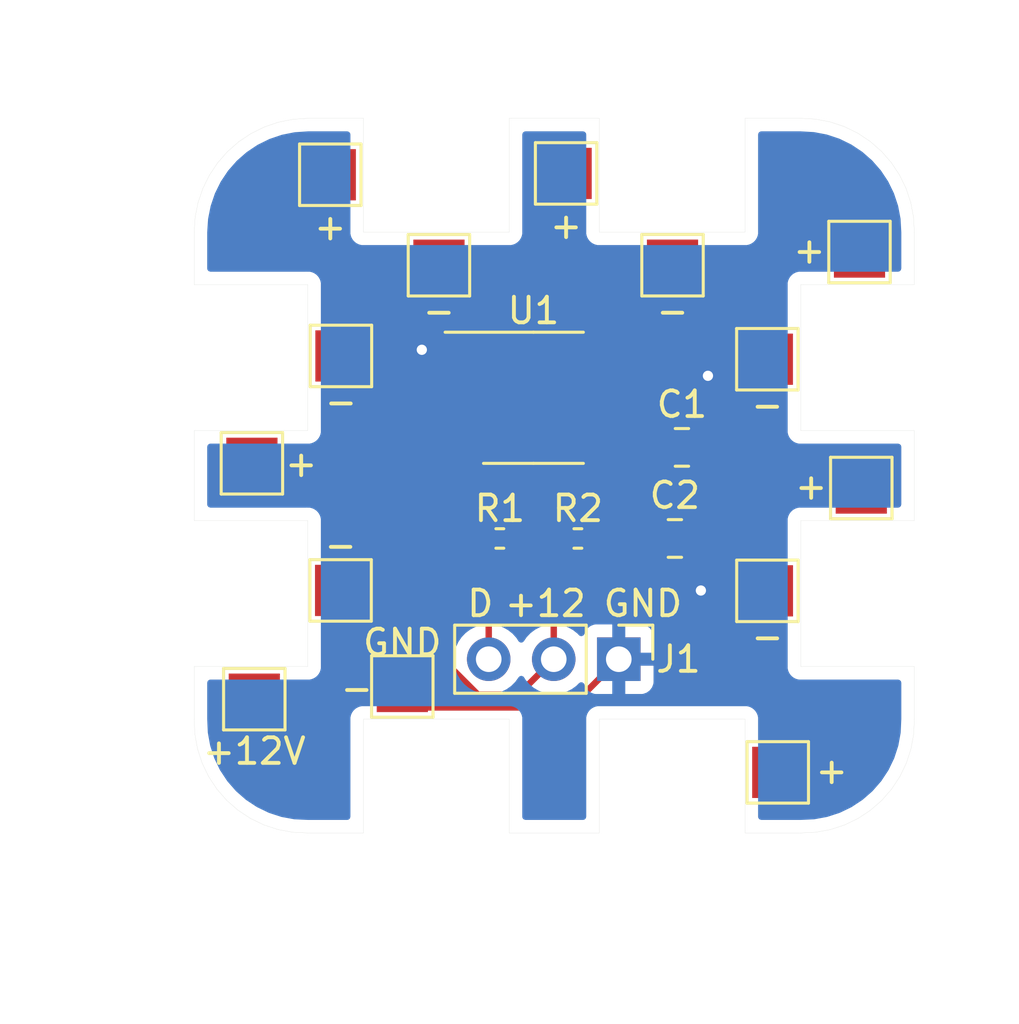
<source format=kicad_pcb>
(kicad_pcb (version 20211014) (generator pcbnew)
  (title_block (title "Coincell holder + 555 timer transmitter driver board") (date "2022-10-19") (rev "1"))
  (layers (0 "F.Cu" signal) (31 "B.Cu" power) (34 "B.Paste" user) (35 "F.Paste" user) (36 "B.SilkS" user "B.Silkscreen") (37 "F.SilkS" user "F.Silkscreen") (38 "B.Mask" user) (39 "F.Mask" user) (44 "Edge.Cuts" user))
  (net 0 "")
  (net 1 "Net-(C1-Pad1)")
  (net 2 "GND")
  (net 3 "Net-(C2-Pad1)")
  (net 4 "+12V")
  (net 5 "Net-(J1-Pad3)")
  (net 6 "Net-(R1-Pad2)")
  (footprint "TestPoint:TestPoint_Pad_2.0x2.0mm" (layer "F.Cu") (at 94.391725 73.584476)
    (fp_text reference "+12V" (at 0 2.032) (layer "F.SilkS"))
    (fp_text value "TestPoint_Pad_2.0x2.0mm")
    (fp_line (start 1.2 -1.2) (end 1.2 1.2) (layer "F.SilkS") (width 0.12))
    (fp_line (start 1.2 1.2) (end -1.2 1.2) (layer "F.SilkS") (width 0.12))
    (fp_line (start -1.2 1.2) (end -1.2 -1.2) (layer "F.SilkS") (width 0.12))
    (fp_line (start -1.2 -1.2) (end 1.2 -1.2) (layer "F.SilkS") (width 0.12))
    (pad "1" smd rect (at 0 0) (size 2 2) (layers "F.Cu" "F.Mask") (net 4 "+12V"))
  )
  (footprint "TestPoint:TestPoint_Pad_2.0x2.0mm" (layer "F.Cu") (at 97.776302 60.184284)
    (fp_text reference "-" (at 0 1.781475) (layer "F.SilkS"))
    (fp_text value "TestPoint_Pad_2.0x2.0mm")
    (fp_line (start 1.2 1.2) (end -1.2 1.2) (layer "F.SilkS") (width 0.12))
    (fp_line (start -1.2 -1.2) (end 1.2 -1.2) (layer "F.SilkS") (width 0.12))
    (fp_line (start -1.2 1.2) (end -1.2 -1.2) (layer "F.SilkS") (width 0.12))
    (fp_line (start 1.2 -1.2) (end 1.2 1.2) (layer "F.SilkS") (width 0.12))
    (pad "1" smd rect (at 0 0) (size 2 2) (layers "F.Cu" "F.Mask"))
  )
  (footprint "TestPoint:TestPoint_Pad_2.0x2.0mm" (layer "F.Cu") (at 114.430975 60.312735)
    (fp_text reference "-" (at 0 1.781475) (layer "F.SilkS"))
    (fp_text value "TestPoint_Pad_2.0x2.0mm")
    (fp_line (start -1.2 1.2) (end -1.2 -1.2) (layer "F.SilkS") (width 0.12))
    (fp_line (start 1.2 1.2) (end -1.2 1.2) (layer "F.SilkS") (width 0.12))
    (fp_line (start 1.2 -1.2) (end 1.2 1.2) (layer "F.SilkS") (width 0.12))
    (fp_line (start -1.2 -1.2) (end 1.2 -1.2) (layer "F.SilkS") (width 0.12))
    (pad "1" smd rect (at 0 0) (size 2 2) (layers "F.Cu" "F.Mask"))
  )
  (footprint "TestPoint:TestPoint_Pad_2.0x2.0mm" (layer "F.Cu") (at 101.604171 56.642966)
    (fp_text reference "-" (at 0 1.781475) (layer "F.SilkS"))
    (fp_text value "TestPoint_Pad_2.0x2.0mm")
    (fp_line (start -1.2 1.2) (end -1.2 -1.2) (layer "F.SilkS") (width 0.12))
    (fp_line (start 1.2 -1.2) (end 1.2 1.2) (layer "F.SilkS") (width 0.12))
    (fp_line (start 1.2 1.2) (end -1.2 1.2) (layer "F.SilkS") (width 0.12))
    (fp_line (start -1.2 -1.2) (end 1.2 -1.2) (layer "F.SilkS") (width 0.12))
    (pad "1" smd rect (at 0 0) (size 2 2) (layers "F.Cu" "F.Mask"))
  )
  (footprint "TestPoint:TestPoint_Pad_2.0x2.0mm" (layer "F.Cu") (at 118.100456 65.340774 -90)
    (fp_text reference "+" (at 0 2.032 90) (layer "F.SilkS"))
    (fp_text value "TestPoint_Pad_2.0x2.0mm")
    (fp_line (start 1.2 1.2) (end -1.2 1.2) (layer "F.SilkS") (width 0.12))
    (fp_line (start -1.2 -1.2) (end 1.2 -1.2) (layer "F.SilkS") (width 0.12))
    (fp_line (start -1.2 1.2) (end -1.2 -1.2) (layer "F.SilkS") (width 0.12))
    (fp_line (start 1.2 -1.2) (end 1.2 1.2) (layer "F.SilkS") (width 0.12))
    (pad "1" smd rect (at 0 0 270) (size 2 2) (layers "F.Cu" "F.Mask"))
  )
  (footprint "TestPoint:TestPoint_Pad_2.0x2.0mm" (layer "F.Cu") (at 100.172884 73.088258 180)
    (fp_text reference "GND" (at 0 1.714258 180) (layer "F.SilkS"))
    (fp_text value "TestPoint_Pad_2.0x2.0mm")
    (fp_line (start 1.2 1.2) (end -1.2 1.2) (layer "F.SilkS") (width 0.12))
    (fp_line (start -1.2 1.2) (end -1.2 -1.2) (layer "F.SilkS") (width 0.12))
    (fp_line (start 1.2 -1.2) (end 1.2 1.2) (layer "F.SilkS") (width 0.12))
    (fp_line (start -1.2 -1.2) (end 1.2 -1.2) (layer "F.SilkS") (width 0.12))
    (pad "1" smd rect (at 0 0 180) (size 2 2) (layers "F.Cu" "F.Mask") (net 2 "GND"))
  )
  (footprint "TestPoint:TestPoint_Pad_2.0x2.0mm" (layer "F.Cu") (at 97.7623 69.338525)
    (fp_text reference "-" (at 0 -1.774525) (layer "F.SilkS"))
    (fp_text value "TestPoint_Pad_2.0x2.0mm")
    (fp_line (start -1.2 1.2) (end -1.2 -1.2) (layer "F.SilkS") (width 0.12))
    (fp_line (start 1.2 1.2) (end -1.2 1.2) (layer "F.SilkS") (width 0.12))
    (fp_line (start -1.2 -1.2) (end 1.2 -1.2) (layer "F.SilkS") (width 0.12))
    (fp_line (start 1.2 -1.2) (end 1.2 1.2) (layer "F.SilkS") (width 0.12))
    (pad "1" smd rect (at 0 0) (size 2 2) (layers "F.Cu" "F.Mask"))
  )
  (footprint "TestPoint:TestPoint_Pad_2.0x2.0mm" (layer "F.Cu") (at 118.03034 56.127625 -90)
    (fp_text reference "+" (at 0 2.032 90) (layer "F.SilkS"))
    (fp_text value "TestPoint_Pad_2.0x2.0mm")
    (fp_line (start -1.2 1.2) (end -1.2 -1.2) (layer "F.SilkS") (width 0.12))
    (fp_line (start -1.2 -1.2) (end 1.2 -1.2) (layer "F.SilkS") (width 0.12))
    (fp_line (start 1.2 1.2) (end -1.2 1.2) (layer "F.SilkS") (width 0.12))
    (fp_line (start 1.2 -1.2) (end 1.2 1.2) (layer "F.SilkS") (width 0.12))
    (pad "1" smd rect (at 0 0 270) (size 2 2) (layers "F.Cu" "F.Mask"))
  )
  (footprint "Resistor_SMD:R_0402_1005Metric" (layer "F.Cu") (at 103.982884 67.31)
    (fp_text reference "R1" (at 0 -1.17) (layer "F.SilkS"))
    (fp_text value "1K")
    (fp_line (start -0.153641 -0.38) (end 0.153641 -0.38) (layer "F.SilkS") (width 0.12))
    (fp_line (start -0.153641 0.38) (end 0.153641 0.38) (layer "F.SilkS") (width 0.12))
    (pad "1" smd roundrect (at -0.51 0) (size 0.54 0.64) (layers "F.Cu" "F.Paste" "F.Mask") (net 4 "+12V"))
    (pad "2" smd roundrect (at 0.51 0) (size 0.54 0.64) (layers "F.Cu" "F.Paste" "F.Mask") (net 6 "Net-(R1-Pad2)"))
  )
  (footprint "Connector_PinHeader_2.54mm:PinHeader_1x03_P2.54mm_Vertical" (layer "F.Cu") (at 108.627899 72.023772 -90)
    (fp_text reference "J1" (at 0 -2.33 180) (layer "F.SilkS"))
    (fp_text value "Conn_01x03_Male")
    (fp_line (start -1.33 -1.33) (end 0 -1.33) (layer "F.SilkS") (width 0.12))
    (fp_line (start -1.33 0) (end -1.33 -1.33) (layer "F.SilkS") (width 0.12))
    (fp_line (start -1.33 1.27) (end -1.33 6.41) (layer "F.SilkS") (width 0.12))
    (fp_line (start 1.33 1.27) (end 1.33 6.41) (layer "F.SilkS") (width 0.12))
    (fp_line (start -1.33 6.41) (end 1.33 6.41) (layer "F.SilkS") (width 0.12))
    (fp_line (start -1.33 1.27) (end 1.33 1.27) (layer "F.SilkS") (width 0.12))
    (pad "1" thru_hole rect (at 0 0 270) (size 1.7 1.7) (drill 1) (layers *.Cu *.Mask) (net 2 "GND"))
    (pad "2" thru_hole oval (at 0 2.54 270) (size 1.7 1.7) (drill 1) (layers *.Cu *.Mask) (net 4 "+12V"))
    (pad "3" thru_hole oval (at 0 5.08 270) (size 1.7 1.7) (drill 1) (layers *.Cu *.Mask) (net 5 "Net-(J1-Pad3)"))
  )
  (footprint "Capacitor_SMD:C_0805_2012Metric_Pad1.18x1.45mm_HandSolder" (layer "F.Cu") (at 111.094884 63.754)
    (fp_text reference "C1" (at 0 -1.68) (layer "F.SilkS"))
    (fp_text value "10nF")
    (fp_line (start -0.261252 0.735) (end 0.261252 0.735) (layer "F.SilkS") (width 0.12))
    (fp_line (start -0.261252 -0.735) (end 0.261252 -0.735) (layer "F.SilkS") (width 0.12))
    (pad "1" smd roundrect (at -1.0375 0) (size 1.175 1.45) (layers "F.Cu" "F.Paste" "F.Mask") (roundrect_rratio 0.2127659574) (net 1 "Net-(C1-Pad1)"))
    (pad "2" smd roundrect (at 1.0375 0) (size 1.175 1.45) (layers "F.Cu" "F.Paste" "F.Mask") (roundrect_rratio 0.2127659574) (net 2 "GND"))
  )
  (footprint "Package_SO:SOIC-8_3.9x4.9mm_P1.27mm" (layer "F.Cu") (at 105.294884 61.818)
    (fp_text reference "U1" (at 0 -3.4) (layer "F.SilkS"))
    (fp_text value "LM555CM")
    (fp_line (start 0 -2.56) (end -3.45 -2.56) (layer "F.SilkS") (width 0.12))
    (fp_line (start 0 -2.56) (end 1.95 -2.56) (layer "F.SilkS") (width 0.12))
    (fp_line (start 0 2.56) (end -1.95 2.56) (layer "F.SilkS") (width 0.12))
    (fp_line (start 0 2.56) (end 1.95 2.56) (layer "F.SilkS") (width 0.12))
    (pad "1" smd roundrect (at -2.475 -1.905) (size 1.95 0.6) (layers "F.Cu" "F.Paste" "F.Mask") (net 2 "GND"))
    (pad "2" smd roundrect (at -2.475 -0.635) (size 1.95 0.6) (layers "F.Cu" "F.Paste" "F.Mask") (net 3 "Net-(C2-Pad1)"))
    (pad "3" smd roundrect (at -2.475 0.635) (size 1.95 0.6) (layers "F.Cu" "F.Paste" "F.Mask") (net 5 "Net-(J1-Pad3)"))
    (pad "4" smd roundrect (at -2.475 1.905) (size 1.95 0.6) (layers "F.Cu" "F.Paste" "F.Mask") (net 4 "+12V"))
    (pad "5" smd roundrect (at 2.475 1.905) (size 1.95 0.6) (layers "F.Cu" "F.Paste" "F.Mask") (net 1 "Net-(C1-Pad1)"))
    (pad "6" smd roundrect (at 2.475 0.635) (size 1.95 0.6) (layers "F.Cu" "F.Paste" "F.Mask") (net 3 "Net-(C2-Pad1)"))
    (pad "7" smd roundrect (at 2.475 -0.635) (size 1.95 0.6) (layers "F.Cu" "F.Paste" "F.Mask") (net 6 "Net-(R1-Pad2)"))
    (pad "8" smd roundrect (at 2.475 -1.905) (size 1.95 0.6) (layers "F.Cu" "F.Paste" "F.Mask") (net 4 "+12V"))
  )
  (footprint "TestPoint:TestPoint_Pad_2.0x2.0mm" (layer "F.Cu") (at 114.433875 69.354068)
    (fp_text reference "-" (at 0 1.781475) (layer "F.SilkS"))
    (fp_text value "TestPoint_Pad_2.0x2.0mm")
    (fp_line (start -1.2 -1.2) (end 1.2 -1.2) (layer "F.SilkS") (width 0.12))
    (fp_line (start 1.2 1.2) (end -1.2 1.2) (layer "F.SilkS") (width 0.12))
    (fp_line (start 1.2 -1.2) (end 1.2 1.2) (layer "F.SilkS") (width 0.12))
    (fp_line (start -1.2 1.2) (end -1.2 -1.2) (layer "F.SilkS") (width 0.12))
    (pad "1" smd rect (at 0 0) (size 2 2) (layers "F.Cu" "F.Mask"))
  )
  (footprint "Capacitor_SMD:C_0805_2012Metric_Pad1.18x1.45mm_HandSolder" (layer "F.Cu") (at 110.819384 67.31)
    (fp_text reference "C2" (at 0 -1.68) (layer "F.SilkS"))
    (fp_text value "1uF")
    (fp_line (start -0.261252 -0.735) (end 0.261252 -0.735) (layer "F.SilkS") (width 0.12))
    (fp_line (start -0.261252 0.735) (end 0.261252 0.735) (layer "F.SilkS") (width 0.12))
    (pad "1" smd roundrect (at -1.0375 0) (size 1.175 1.45) (layers "F.Cu" "F.Paste" "F.Mask") (roundrect_rratio 0.2127659574) (net 3 "Net-(C2-Pad1)"))
    (pad "2" smd roundrect (at 1.0375 0) (size 1.175 1.45) (layers "F.Cu" "F.Paste" "F.Mask") (roundrect_rratio 0.2127659574) (net 2 "GND"))
  )
  (footprint "TestPoint:TestPoint_Pad_2.0x2.0mm" (layer "F.Cu") (at 106.57069 53.058569)
    (fp_text reference "+" (at 0 2.032) (layer "F.SilkS"))
    (fp_text value "TestPoint_Pad_2.0x2.0mm")
    (fp_line (start -1.2 1.2) (end -1.2 -1.2) (layer "F.SilkS") (width 0.12))
    (fp_line (start -1.2 -1.2) (end 1.2 -1.2) (layer "F.SilkS") (width 0.12))
    (fp_line (start 1.2 1.2) (end -1.2 1.2) (layer "F.SilkS") (width 0.12))
    (fp_line (start 1.2 -1.2) (end 1.2 1.2) (layer "F.SilkS") (width 0.12))
    (pad "1" smd rect (at 0 0) (size 2 2) (layers "F.Cu" "F.Mask"))
  )
  (footprint "TestPoint:TestPoint_Pad_2.0x2.0mm" (layer "F.Cu") (at 94.298046 64.375768)
    (fp_text reference "+" (at 1.924998 0.006374) (layer "F.SilkS"))
    (fp_text value "TestPoint_Pad_2.0x2.0mm")
    (fp_line (start 1.2 1.2) (end -1.2 1.2) (layer "F.SilkS") (width 0.12))
    (fp_line (start -1.2 -1.2) (end 1.2 -1.2) (layer "F.SilkS") (width 0.12))
    (fp_line (start 1.2 -1.2) (end 1.2 1.2) (layer "F.SilkS") (width 0.12))
    (fp_line (start -1.2 1.2) (end -1.2 -1.2) (layer "F.SilkS") (width 0.12))
    (pad "1" smd rect (at 0 0) (size 2 2) (layers "F.Cu" "F.Mask"))
  )
  (footprint "TestPoint:TestPoint_Pad_2.0x2.0mm" (layer "F.Cu") (at 97.359761 53.110529)
    (fp_text reference "+" (at 0 2.032) (layer "F.SilkS"))
    (fp_text value "TestPoint_Pad_2.0x2.0mm")
    (fp_line (start -1.2 -1.2) (end 1.2 -1.2) (layer "F.SilkS") (width 0.12))
    (fp_line (start 1.2 -1.2) (end 1.2 1.2) (layer "F.SilkS") (width 0.12))
    (fp_line (start 1.2 1.2) (end -1.2 1.2) (layer "F.SilkS") (width 0.12))
    (fp_line (start -1.2 1.2) (end -1.2 -1.2) (layer "F.SilkS") (width 0.12))
    (pad "1" smd rect (at 0 0) (size 2 2) (layers "F.Cu" "F.Mask"))
  )
  (footprint "TestPoint:TestPoint_Pad_2.0x2.0mm" (layer "F.Cu") (at 110.727115 56.641999)
    (fp_text reference "-" (at 0 1.781475) (layer "F.SilkS"))
    (fp_text value "TestPoint_Pad_2.0x2.0mm")
    (fp_line (start -1.2 -1.2) (end 1.2 -1.2) (layer "F.SilkS") (width 0.12))
    (fp_line (start 1.2 1.2) (end -1.2 1.2) (layer "F.SilkS") (width 0.12))
    (fp_line (start 1.2 -1.2) (end 1.2 1.2) (layer "F.SilkS") (width 0.12))
    (fp_line (start -1.2 1.2) (end -1.2 -1.2) (layer "F.SilkS") (width 0.12))
    (pad "1" smd rect (at 0 0) (size 2 2) (layers "F.Cu" "F.Mask"))
  )
  (footprint "Resistor_SMD:R_0402_1005Metric" (layer "F.Cu") (at 107.030884 67.31)
    (fp_text reference "R2" (at 0 -1.17) (layer "F.SilkS"))
    (fp_text value "100K")
    (fp_line (start -0.153641 0.38) (end 0.153641 0.38) (layer "F.SilkS") (width 0.12))
    (fp_line (start -0.153641 -0.38) (end 0.153641 -0.38) (layer "F.SilkS") (width 0.12))
    (pad "1" smd roundrect (at -0.51 0) (size 0.54 0.64) (layers "F.Cu" "F.Paste" "F.Mask") (net 6 "Net-(R1-Pad2)"))
    (pad "2" smd roundrect (at 0.51 0) (size 0.54 0.64) (layers "F.Cu" "F.Paste" "F.Mask") (net 3 "Net-(C2-Pad1)"))
  )
  (footprint "TestPoint:TestPoint_Pad_2.0x2.0mm" (layer "F.Cu") (at 114.837954 76.442218 90)
    (fp_text reference "+" (at 0 2.032 90) (layer "F.SilkS"))
    (fp_text value "TestPoint_Pad_2.0x2.0mm")
    (fp_line (start 1.2 1.2) (end -1.2 1.2) (layer "F.SilkS") (width 0.12))
    (fp_line (start 1.2 -1.2) (end 1.2 1.2) (layer "F.SilkS") (width 0.12))
    (fp_line (start -1.2 1.2) (end -1.2 -1.2) (layer "F.SilkS") (width 0.12))
    (fp_line (start -1.2 -1.2) (end 1.2 -1.2) (layer "F.SilkS") (width 0.12))
    (pad "1" smd rect (at 0 0 90) (size 2 2) (layers "F.Cu" "F.Mask"))
  )
  (gr_line (start 104.349251 78.806978) (end 104.349251 74.366978) (layer "Edge.Cuts") (width 0.007874))
  (gr_line (start 119.269925 52.631858) (end 118.886265 52.193597) (layer "Edge.Cuts") (width 0.007874))
  (gr_line (start 119.59224 53.117018) (end 119.269925 52.631858) (layer "Edge.Cuts") (width 0.007874))
  (gr_line (start 120.172884 63.098345) (end 115.732884 63.098345) (layer "Edge.Cuts") (width 0.007874))
  (gr_line (start 116.316486 78.780217) (end 116.891232 78.675457) (layer "Edge.Cuts") (width 0.007874))
  (gr_line (start 115.732884 50.906978) (end 113.560861 50.906978) (layer "Edge.Cuts") (width 0.007874))
  (gr_line (start 94.783937 51.245241) (end 94.263111 51.502149) (layer "Edge.Cuts") (width 0.007874))
  (gr_line (start 119.847547 53.640551) (end 119.59224 53.117018) (layer "Edge.Cuts") (width 0.007874))
  (gr_line (start 117.446745 78.494592) (end 117.972996 78.240884) (layer "Edge.Cuts") (width 0.007874))
  (gr_line (start 117.972996 78.240884) (end 118.460484 77.918917) (layer "Edge.Cuts") (width 0.007874))
  (gr_line (start 113.560861 55.346978) (end 107.866517 55.346978) (layer "Edge.Cuts") (width 0.007874))
  (gr_line (start 96.482884 50.906978) (end 95.903394 50.945089) (layer "Edge.Cuts") (width 0.007874))
  (gr_line (start 115.732884 78.806978) (end 116.316486 78.780217) (layer "Edge.Cuts") (width 0.007874))
  (gr_line (start 120.140443 54.765415) (end 120.031358 54.193254) (layer "Edge.Cuts") (width 0.007874))
  (gr_line (start 92.174404 75.525326) (end 92.069645 74.95058) (layer "Edge.Cuts") (width 0.007874))
  (gr_line (start 116.891232 78.675457) (end 117.446745 78.494592) (layer "Edge.Cuts") (width 0.007874))
  (gr_line (start 115.732884 57.404) (end 115.732884 63.098345) (layer "Edge.Cuts") (width 0.007874))
  (gr_line (start 92.960727 52.644356) (end 92.638055 53.127205) (layer "Edge.Cuts") (width 0.007874))
  (gr_line (start 96.482884 57.404) (end 92.042884 57.404) (layer "Edge.Cuts") (width 0.007874))
  (gr_line (start 120.031358 54.193254) (end 119.847547 53.640551) (layer "Edge.Cuts") (width 0.007874))
  (gr_line (start 107.866517 74.366978) (end 113.560861 74.366978) (layer "Edge.Cuts") (width 0.007874))
  (gr_line (start 92.381147 53.648031) (end 92.194396 54.197926) (layer "Edge.Cuts") (width 0.007874))
  (gr_line (start 92.042884 55.346978) (end 92.042884 57.404) (layer "Edge.Cuts") (width 0.007874))
  (gr_line (start 119.284823 77.094578) (end 119.60679 76.60709) (layer "Edge.Cuts") (width 0.007874))
  (gr_line (start 107.866517 50.906978) (end 107.866517 55.346978) (layer "Edge.Cuts") (width 0.007874))
  (gr_line (start 95.899282 78.780217) (end 95.324536 78.675457) (layer "Edge.Cuts") (width 0.007874))
  (gr_line (start 92.042884 66.615611) (end 92.042884 63.098345) (layer "Edge.Cuts") (width 0.007874))
  (gr_line (start 92.042884 72.309956) (end 92.042884 74.366978) (layer "Edge.Cuts") (width 0.007874))
  (gr_line (start 118.886265 52.193597) (end 118.448004 51.809937) (layer "Edge.Cuts") (width 0.007874))
  (gr_line (start 107.866517 78.806978) (end 107.866517 74.366978) (layer "Edge.Cuts") (width 0.007874))
  (gr_line (start 115.732884 66.615611) (end 115.732884 72.309956) (layer "Edge.Cuts") (width 0.007874))
  (gr_line (start 116.314447 50.939419) (end 115.732884 50.906978) (layer "Edge.Cuts") (width 0.007874))
  (gr_line (start 98.654906 74.366978) (end 98.654906 78.806978) (layer "Edge.Cuts") (width 0.007874))
  (gr_line (start 93.343645 52.207739) (end 92.960727 52.644356) (layer "Edge.Cuts") (width 0.007874))
  (gr_line (start 93.755284 77.918917) (end 93.315361 77.534501) (layer "Edge.Cuts") (width 0.007874))
  (gr_line (start 92.194396 54.197926) (end 92.080995 54.767488) (layer "Edge.Cuts") (width 0.007874))
  (gr_line (start 120.172884 55.346978) (end 120.140443 54.765415) (layer "Edge.Cuts") (width 0.007874))
  (gr_line (start 96.482884 66.615611) (end 96.482884 72.309956) (layer "Edge.Cuts") (width 0.007874))
  (gr_line (start 92.608977 76.60709) (end 92.35527 76.080839) (layer "Edge.Cuts") (width 0.007874))
  (gr_line (start 93.780262 51.824821) (end 93.343645 52.207739) (layer "Edge.Cuts") (width 0.007874))
  (gr_line (start 104.349251 50.906978) (end 104.349251 55.346978) (layer "Edge.Cuts") (width 0.007874))
  (gr_line (start 107.866517 50.906978) (end 104.349251 50.906978) (layer "Edge.Cuts") (width 0.007874))
  (gr_line (start 104.349251 78.806978) (end 107.866517 78.806978) (layer "Edge.Cuts") (width 0.007874))
  (gr_line (start 95.333832 51.05849) (end 94.783937 51.245241) (layer "Edge.Cuts") (width 0.007874))
  (gr_line (start 98.654906 74.366978) (end 104.349251 74.366978) (layer "Edge.Cuts") (width 0.007874))
  (gr_line (start 96.482884 72.309956) (end 92.042884 72.309956) (layer "Edge.Cuts") (width 0.007874))
  (gr_line (start 92.069645 74.95058) (end 92.042884 74.366978) (layer "Edge.Cuts") (width 0.007874))
  (gr_line (start 95.324536 78.675457) (end 94.769022 78.494592) (layer "Edge.Cuts") (width 0.007874))
  (gr_line (start 92.042884 63.098345) (end 96.482884 63.098345) (layer "Edge.Cuts") (width 0.007874))
  (gr_line (start 92.638055 53.127205) (end 92.381147 53.648031) (layer "Edge.Cuts") (width 0.007874))
  (gr_line (start 92.35527 76.080839) (end 92.174404 75.525326) (layer "Edge.Cuts") (width 0.007874))
  (gr_line (start 98.654906 50.906978) (end 96.482884 50.906978) (layer "Edge.Cuts") (width 0.007874))
  (gr_line (start 96.482884 78.806978) (end 98.654906 78.806978) (layer "Edge.Cuts") (width 0.007874))
  (gr_line (start 117.439311 51.232315) (end 116.886608 51.048504) (layer "Edge.Cuts") (width 0.007874))
  (gr_line (start 119.60679 76.60709) (end 119.860498 76.080839) (layer "Edge.Cuts") (width 0.007874))
  (gr_line (start 94.263111 51.502149) (end 93.780262 51.824821) (layer "Edge.Cuts") (width 0.007874))
  (gr_line (start 96.482884 57.404) (end 96.482884 63.098345) (layer "Edge.Cuts") (width 0.007874))
  (gr_line (start 116.886608 51.048504) (end 116.314447 50.939419) (layer "Edge.Cuts") (width 0.007874))
  (gr_line (start 120.172884 57.404) (end 120.172884 55.346978) (layer "Edge.Cuts") (width 0.007874))
  (gr_line (start 113.560861 78.806978) (end 115.732884 78.806978) (layer "Edge.Cuts") (width 0.007874))
  (gr_line (start 93.315361 77.534501) (end 92.930945 77.094578) (layer "Edge.Cuts") (width 0.007874))
  (gr_line (start 115.732884 57.404) (end 120.172884 57.404) (layer "Edge.Cuts") (width 0.007874))
  (gr_line (start 119.860498 76.080839) (end 120.041363 75.525326) (layer "Edge.Cuts") (width 0.007874))
  (gr_line (start 120.172884 66.615611) (end 115.732884 66.615611) (layer "Edge.Cuts") (width 0.007874))
  (gr_line (start 115.732884 72.309956) (end 120.172884 72.309956) (layer "Edge.Cuts") (width 0.007874))
  (gr_line (start 118.460484 77.918917) (end 118.900407 77.534501) (layer "Edge.Cuts") (width 0.007874))
  (gr_line (start 120.172884 66.615611) (end 120.172884 63.098345) (layer "Edge.Cuts") (width 0.007874))
  (gr_line (start 92.930945 77.094578) (end 92.608977 76.60709) (layer "Edge.Cuts") (width 0.007874))
  (gr_line (start 118.900407 77.534501) (end 119.284823 77.094578) (layer "Edge.Cuts") (width 0.007874))
  (gr_line (start 95.903394 50.945089) (end 95.333832 51.05849) (layer "Edge.Cuts") (width 0.007874))
  (gr_line (start 94.769022 78.494592) (end 94.242771 78.240884) (layer "Edge.Cuts") (width 0.007874))
  (gr_line (start 92.080995 54.767488) (end 92.042884 55.346978) (layer "Edge.Cuts") (width 0.007874))
  (gr_line (start 120.172884 74.366978) (end 120.172884 72.309956) (layer "Edge.Cuts") (width 0.007874))
  (gr_line (start 113.560861 74.366978) (end 113.560861 78.806978) (layer "Edge.Cuts") (width 0.007874))
  (gr_line (start 120.146123 74.95058) (end 120.172884 74.366978) (layer "Edge.Cuts") (width 0.007874))
  (gr_line (start 92.042884 66.615611) (end 96.482884 66.615611) (layer "Edge.Cuts") (width 0.007874))
  (gr_line (start 118.448004 51.809937) (end 117.962844 51.487621) (layer "Edge.Cuts") (width 0.007874))
  (gr_line (start 96.482884 78.806978) (end 95.899282 78.780217) (layer "Edge.Cuts") (width 0.007874))
  (gr_line (start 98.654906 55.346978) (end 98.654906 50.906978) (layer "Edge.Cuts") (width 0.007874))
  (gr_line (start 120.041363 75.525326) (end 120.146123 74.95058) (layer "Edge.Cuts") (width 0.007874))
  (gr_line (start 113.560861 55.346978) (end 113.560861 50.906978) (layer "Edge.Cuts") (width 0.007874))
  (gr_line (start 94.242771 78.240884) (end 93.755284 77.918917) (layer "Edge.Cuts") (width 0.007874))
  (gr_line (start 104.349251 55.346978) (end 98.654906 55.346978) (layer "Edge.Cuts") (width 0.007874))
  (gr_line (start 117.962844 51.487621) (end 117.439311 51.232315) (layer "Edge.Cuts") (width 0.007874))
  (gr_text "-" (at 98.394884 73.152) (layer "F.SilkS") (effects (font (size 1 1))))
  (gr_text "GND" (at 109.570884 69.85) (layer "F.SilkS") (effects (font (size 1 1))))
  (gr_text "D" (at 103.220884 69.85) (layer "F.SilkS") (effects (font (size 1 1))))
  (gr_text "+12" (at 105.760884 69.85) (layer "F.SilkS") (effects (font (size 1 1))))
  (segment (start 97.776302 53.52707) (end 97.359761 53.110529) (width 0.2) (layer "F.Cu") (net 0))
  (segment (start 106.57069 55.324194) (end 106.57069 53.058569) (width 0.2) (layer "F.Cu") (net 0))
  (segment (start 114.837954 73.435954) (end 114.433875 73.031875) (width 0.2) (layer "F.Cu") (net 0))
  (segment (start 115.165259 56.127625) (end 118.03034 56.127625) (width 0.2) (layer "F.Cu") (net 0))
  (segment (start 114.837954 76.442218) (end 114.837954 73.435954) (width 0.2) (layer "F.Cu") (net 0))
  (segment (start 97.776302 60.184284) (end 97.776302 53.52707) (width 0.2) (layer "F.Cu") (net 0))
  (segment (start 98.140884 65.532) (end 97.378884 64.77) (width 0.2) (layer "F.Cu") (net 0))
  (segment (start 98.140884 69.342) (end 98.140884 65.532) (width 0.2) (layer "F.Cu") (net 0))
  (segment (start 114.650885 56.641999) (end 115.165259 56.127625) (width 0.2) (layer "F.Cu") (net 0))
  (segment (start 101.604171 56.642966) (end 105.251918 56.642966) (width 0.2) (layer "F.Cu") (net 0))
  (segment (start 114.430975 60.312735) (end 114.430975 64.296091) (width 0.2) (layer "F.Cu") (net 0))
  (segment (start 105.251918 56.642966) (end 106.57069 55.324194) (width 0.2) (layer "F.Cu") (net 0))
  (segment (start 110.727115 56.641999) (end 114.650885 56.641999) (width 0.2) (layer "F.Cu") (net 0))
  (segment (start 114.430975 64.296091) (end 115.475658 65.340774) (width 0.2) (layer "F.Cu") (net 0))
  (segment (start 114.433875 73.031875) (end 114.433875 69.354068) (width 0.2) (layer "F.Cu") (net 0))
  (segment (start 97.378884 64.77) (end 94.584884 64.77) (width 0.2) (layer "F.Cu") (net 0))
  (segment (start 115.475658 65.340774) (end 118.100456 65.340774) (width 0.2) (layer "F.Cu") (net 0))
  (segment (start 110.057384 63.754) (end 107.800884 63.754) (width 0.5) (layer "F.Cu") (net 1))
  (segment (start 107.800884 63.754) (end 107.769884 63.723) (width 0.5) (layer "F.Cu") (net 1))
  (segment (start 106.745671 73.906) (end 108.627899 72.023772) (width 0.25) (layer "F.Cu") (net 2))
  (segment (start 111.856884 69.3205) (end 111.835384 69.342) (width 0.25) (layer "F.Cu") (net 2))
  (segment (start 102.819884 59.913) (end 100.965884 59.913) (width 0.25) (layer "F.Cu") (net 2))
  (segment (start 112.132384 60.9815) (end 112.110884 60.96) (width 0.25) (layer "F.Cu") (net 2))
  (segment (start 100.990626 73.906) (end 106.745671 73.906) (width 0.25) (layer "F.Cu") (net 2))
  (segment (start 100.172884 73.088258) (end 100.990626 73.906) (width 0.25) (layer "F.Cu") (net 2))
  (segment (start 112.132384 63.754) (end 112.132384 60.9815) (width 0.25) (layer "F.Cu") (net 2))
  (segment (start 100.965884 59.913) (end 100.934884 59.944) (width 0.25) (layer "F.Cu") (net 2))
  (segment (start 111.856884 67.31) (end 111.856884 69.3205) (width 0.25) (layer "F.Cu") (net 2))
  (via (at 111.835384 69.342) (size 0.8) (drill 0.4) (layers "F.Cu" "B.Cu") (net 2))
  (via (at 112.110884 60.96) (size 0.8) (drill 0.4) (layers "F.Cu" "B.Cu") (net 2))
  (via (at 100.934884 59.944) (size 0.8) (drill 0.4) (layers "F.Cu" "B.Cu") (net 2))
  (segment (start 107.540884 67.31) (end 107.540884 66.55) (width 0.25) (layer "F.Cu") (net 3))
  (segment (start 100.426884 61.214) (end 102.788884 61.214) (width 0.25) (layer "F.Cu") (net 3))
  (segment (start 100.172884 58.42) (end 99.918884 58.674) (width 0.25) (layer "F.Cu") (net 3))
  (segment (start 106.014884 63.406984) (end 106.968868 62.453) (width 0.25) (layer "F.Cu") (net 3))
  (segment (start 107.769884 62.453) (end 109.093884 62.453) (width 0.25) (layer "F.Cu") (net 3))
  (segment (start 109.093884 62.453) (end 109.570884 61.976) (width 0.25) (layer "F.Cu") (net 3))
  (segment (start 109.316884 58.42) (end 100.172884 58.42) (width 0.25) (layer "F.Cu") (net 3))
  (segment (start 102.788884 61.214) (end 102.819884 61.183) (width 0.25) (layer "F.Cu") (net 3))
  (segment (start 106.014884 65.024) (end 106.014884 63.406984) (width 0.25) (layer "F.Cu") (net 3))
  (segment (start 109.570884 58.674) (end 109.316884 58.42) (width 0.25) (layer "F.Cu") (net 3))
  (segment (start 107.540884 66.55) (end 106.014884 65.024) (width 0.25) (layer "F.Cu") (net 3))
  (segment (start 99.918884 60.706) (end 100.426884 61.214) (width 0.25) (layer "F.Cu") (net 3))
  (segment (start 109.570884 61.976) (end 109.570884 58.674) (width 0.25) (layer "F.Cu") (net 3))
  (segment (start 106.968868 62.453) (end 107.769884 62.453) (width 0.25) (layer "F.Cu") (net 3))
  (segment (start 99.918884 58.674) (end 99.918884 60.706) (width 0.25) (layer "F.Cu") (net 3))
  (segment (start 107.540884 67.31) (end 109.781884 67.31) (width 0.25) (layer "F.Cu") (net 3))
  (segment (start 104.705671 73.406) (end 106.087899 72.023772) (width 0.25) (layer "F.Cu") (net 4))
  (segment (start 104.514884 62.16134) (end 106.763224 59.913) (width 0.25) (layer "F.Cu") (net 4))
  (segment (start 101.092 71.374) (end 103.124 73.406) (width 0.25) (layer "F.Cu") (net 4))
  (segment (start 102.819884 63.723) (end 104.267884 63.723) (width 0.25) (layer "F.Cu") (net 4))
  (segment (start 106.763224 59.913) (end 107.769884 59.913) (width 0.25) (layer "F.Cu") (net 4))
  (segment (start 103.472884 67.31) (end 101.950884 67.31) (width 0.25) (layer "F.Cu") (net 4))
  (segment (start 104.267884 63.723) (end 104.514884 63.476) (width 0.25) (layer "F.Cu") (net 4))
  (segment (start 96.849524 73.584476) (end 99.06 71.374) (width 0.25) (layer "F.Cu") (net 4))
  (segment (start 102.235884 63.723) (end 102.819884 63.723) (width 0.25) (layer "F.Cu") (net 4))
  (segment (start 101.430884 64.528) (end 102.235884 63.723) (width 0.25) (layer "F.Cu") (net 4))
  (segment (start 103.472884 67.816) (end 103.472884 67.31) (width 0.25) (layer "F.Cu") (net 4))
  (segment (start 101.950884 67.31) (end 101.430884 66.79) (width 0.25) (layer "F.Cu") (net 4))
  (segment (start 103.124 73.406) (end 104.705671 73.406) (width 0.25) (layer "F.Cu") (net 4))
  (segment (start 101.430884 66.79) (end 101.430884 64.528) (width 0.25) (layer "F.Cu") (net 4))
  (segment (start 106.087899 72.023772) (end 106.087899 70.431015) (width 0.25) (layer "F.Cu") (net 4))
  (segment (start 99.06 71.374) (end 101.092 71.374) (width 0.25) (layer "F.Cu") (net 4))
  (segment (start 106.087899 70.431015) (end 103.472884 67.816) (width 0.25) (layer "F.Cu") (net 4))
  (segment (start 104.514884 63.476) (end 104.514884 62.16134) (width 0.25) (layer "F.Cu") (net 4))
  (segment (start 94.391725 73.584476) (end 96.849524 73.584476) (width 0.25) (layer "F.Cu") (net 4))
  (segment (start 103.547899 72.023772) (end 103.547899 69.669015) (width 0.25) (layer "F.Cu") (net 5))
  (segment (start 101.473884 62.453) (end 102.819884 62.453) (width 0.25) (layer "F.Cu") (net 5))
  (segment (start 100.680884 66.802) (end 100.680884 63.246) (width 0.25) (layer "F.Cu") (net 5))
  (segment (start 103.547899 69.669015) (end 100.680884 66.802) (width 0.25) (layer "F.Cu") (net 5))
  (segment (start 100.680884 63.246) (end 101.473884 62.453) (width 0.25) (layer "F.Cu") (net 5))
  (segment (start 105.264884 65.33466) (end 105.264884 62.472) (width 0.25) (layer "F.Cu") (net 6))
  (segment (start 106.520884 67.31) (end 106.520884 66.59066) (width 0.25) (layer "F.Cu") (net 6))
  (segment (start 106.553884 61.183) (end 107.769884 61.183) (width 0.25) (layer "F.Cu") (net 6))
  (segment (start 104.492884 67.31) (end 106.520884 67.31) (width 0.25) (layer "F.Cu") (net 6))
  (segment (start 106.520884 66.59066) (end 105.264884 65.33466) (width 0.25) (layer "F.Cu") (net 6))
  (segment (start 105.264884 62.472) (end 106.553884 61.183) (width 0.25) (layer "F.Cu") (net 6))
  (zone (net 2) (net_name "GND") (layer "B.Cu") (connect_pads (clearance 0.508)) (min_thickness 0.254) (fill yes (thermal_gap 0.508) (thermal_bridge_width 0.508))
    (polygon (pts (xy 121.158 80.01) (xy 90.678 80.01) (xy 90.932 49.53) (xy 121.412 49.53)))
  )
)
</source>
